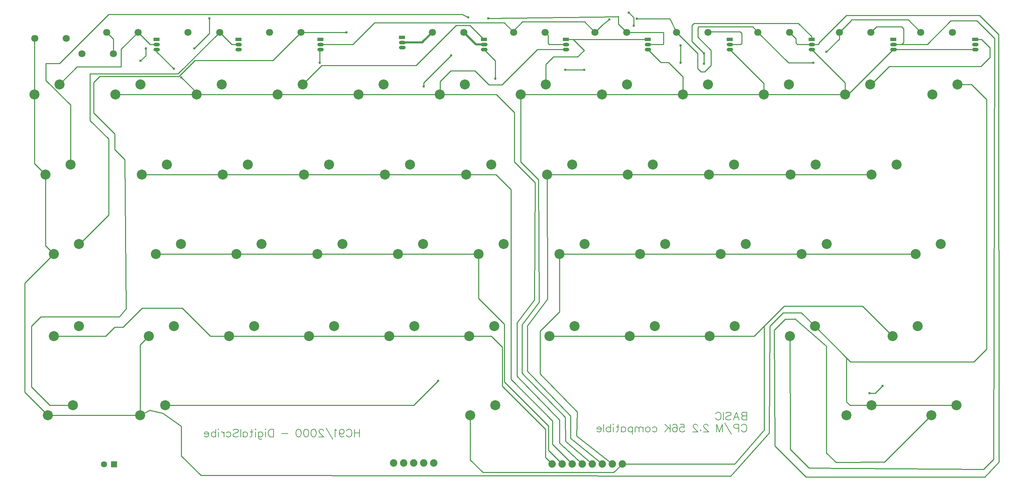
<source format=gbl>
G04 Layer: BottomLayer*
G04 EasyEDA v6.4.5, 2020-09-13T21:27:01+03:00*
G04 63316e0368094ceea4197b1f53c500b6,10*
G04 Gerber Generator version 0.2*
G04 Scale: 100 percent, Rotated: No, Reflected: No *
G04 Dimensions in millimeters *
G04 leading zeros omitted , absolute positions ,3 integer and 3 decimal *
%FSLAX33Y33*%
%MOMM*%
G90*
G71D02*

%ADD10C,0.254000*%
%ADD11C,0.499999*%
%ADD12C,0.203200*%
%ADD13C,0.609600*%
%ADD14C,2.540000*%
%ADD15C,1.879600*%
%ADD16R,1.574800X1.574800*%
%ADD17C,1.574800*%
%ADD18R,1.599997X0.899998*%
%ADD19C,1.799996*%
%ADD20C,0.899998*%

%LPD*%
G54D10*
G01X211785Y114427D02*
G01X214757Y117398D01*
G01X214757Y117602D01*
G01X229222Y117602D01*
G01X232397Y114427D01*
G01X208534Y109474D02*
G01X211785Y112725D01*
G01X211785Y114427D01*
G01X142367Y104902D02*
G01X147206Y104902D01*
G01X75500Y114427D02*
G01X86995Y114427D01*
G01X75500Y114427D02*
G01X68389Y107315D01*
G01X48641Y107315D01*
G01X44577Y103251D01*
G01X24511Y103251D01*
G01X22987Y101727D01*
G01X22987Y93980D01*
G01X28321Y88646D01*
G01X28321Y84709D01*
G01X30861Y82169D01*
G01X31242Y44323D01*
G01X29481Y42291D01*
G01X9652Y42291D01*
G01X7239Y39878D01*
G01X7239Y24511D01*
G01X11938Y19812D01*
G01X17780Y19812D01*
G01X57245Y37338D02*
G01X52578Y37338D01*
G01X45466Y44450D01*
G01X35306Y44450D01*
G01X30480Y39624D01*
G01X28321Y39624D01*
G01X26035Y37338D01*
G01X12954Y37338D01*
G01X171577Y111125D02*
G01X171577Y106680D01*
G01X17145Y80899D02*
G01X17145Y96012D01*
G01X10922Y102235D01*
G01X10922Y106553D01*
G01X14351Y106553D01*
G01X26797Y118999D01*
G01X116332Y118999D01*
G01X117856Y118237D01*
G54D11*
G01X121843Y111379D02*
G01X119773Y111379D01*
G01X116725Y114427D01*
G01X108725Y114427D02*
G01X106299Y112000D01*
G01X106299Y111887D01*
G01X101092Y111887D01*
G54D10*
G01X235077Y17272D02*
G01X223266Y5461D01*
G01X210947Y5334D01*
G01X208534Y7747D01*
G01X208534Y34798D01*
G01X200533Y41783D01*
G01X200406Y41656D01*
G01X198120Y41656D01*
G01X195326Y38862D01*
G01X195453Y9525D01*
G01X203327Y1651D01*
G01X248666Y1651D01*
G01X252222Y5461D01*
G01X252095Y113919D01*
G01X247269Y118745D01*
G01X213614Y118745D01*
G01X206629Y111760D01*
G01X206629Y111506D01*
G01X206502Y111379D01*
G01X204749Y111379D01*
G01X199263Y37338D02*
G01X199390Y8636D01*
G01X204089Y3937D01*
G01X248285Y3556D01*
G01X250825Y6096D01*
G01X251079Y112903D01*
G01X246634Y117348D01*
G01X240030Y117348D01*
G01X234061Y111379D01*
G01X225475Y111379D01*
G01X205613Y39878D02*
G01X202184Y43307D01*
G01X197612Y43307D01*
G01X194183Y39878D01*
G01X194056Y12827D01*
G01X184277Y1905D01*
G01X50165Y2032D01*
G01X45212Y6985D01*
G01X45212Y14478D01*
G01X40513Y17780D01*
G01X37211Y18542D01*
G01X34798Y17272D01*
G01X192773Y39865D02*
G01X192773Y13589D01*
G01X185293Y4953D01*
G01X156845Y4953D01*
G01X140899Y58166D02*
G01X140899Y43490D01*
G01X136017Y38608D01*
G01X136017Y27813D01*
G01X145415Y18161D01*
G01X145288Y12065D01*
G01X154305Y4953D01*
G01X137838Y78359D02*
G01X137922Y46736D01*
G01X132842Y40005D01*
G01X132842Y28448D01*
G01X143764Y17145D01*
G01X143764Y11430D01*
G01X151765Y4953D01*
G01X131140Y98679D02*
G01X131140Y81584D01*
G01X135636Y77089D01*
G01X135763Y45974D01*
G01X131445Y40259D01*
G01X131445Y27940D01*
G01X142367Y16764D01*
G01X142494Y10668D01*
G01X149225Y4953D01*
G01X110617Y98679D02*
G01X124968Y98679D01*
G01X129540Y94107D01*
G01X129540Y81534D01*
G01X134747Y76327D01*
G01X134620Y46609D01*
G01X130175Y40767D01*
G01X130175Y27178D01*
G01X140970Y16129D01*
G01X140970Y10287D01*
G01X146685Y4953D01*
G01X34874Y107170D02*
G01X36195Y108491D01*
G01X36195Y110363D01*
G01X121843Y110109D02*
G01X124714Y107238D01*
G01X124714Y102489D01*
G01X110236Y26035D02*
G01X104013Y19812D01*
G01X41148Y19812D01*
G01X113538Y108585D02*
G01X106553Y101600D01*
G01X106553Y100711D01*
G01X157949Y114427D02*
G01X155829Y116547D01*
G01X155829Y118491D01*
G01X155702Y118364D01*
G01X122936Y117983D01*
G01X163296Y111379D02*
G01X167132Y111379D01*
G01X167259Y111506D01*
G01X167259Y114427D01*
G01X158358Y114427D01*
G01X158496Y119380D02*
G01X159698Y118177D01*
G01X159698Y116078D01*
G01X48514Y110363D02*
G01X52324Y114173D01*
G01X52324Y117983D01*
G01X117305Y78359D02*
G01X124841Y78359D01*
G01X128651Y74549D01*
G01X128651Y26416D01*
G01X139192Y15875D01*
G01X139192Y9906D01*
G01X144145Y4953D01*
G01X129337Y114427D02*
G01X126924Y116840D01*
G01X94107Y116840D01*
G01X88646Y111379D01*
G01X80391Y111379D01*
G01X80391Y110109D02*
G01X80264Y109982D01*
G01X80264Y106680D01*
G01X219785Y114427D02*
G01X221182Y115824D01*
G01X227584Y115824D01*
G01X228092Y115316D01*
G01X228092Y111887D01*
G01X227583Y111378D01*
G01X225475Y111378D01*
G01X191173Y114427D02*
G01X198920Y106680D01*
G01X205232Y106680D01*
G01X199173Y114427D02*
G01X200787Y112813D01*
G01X200787Y111760D01*
G01X201168Y111378D01*
G01X204749Y111378D01*
G01X170561Y114427D02*
G01X175895Y109093D01*
G01X175895Y105283D01*
G01X176784Y104394D01*
G01X177673Y104394D01*
G01X179324Y106045D01*
G01X179324Y109855D01*
G01X175895Y113284D01*
G01X176022Y113411D01*
G01X176022Y115697D01*
G01X176149Y115824D01*
G01X189865Y115824D01*
G01X191173Y114515D01*
G01X191173Y114427D01*
G01X149949Y114427D02*
G01X151854Y116332D01*
G01X153543Y117729D01*
G01X170561Y114427D02*
G01X168910Y117856D01*
G01X160528Y117856D01*
G01X178561Y114427D02*
G01X178688Y114554D01*
G01X186690Y114554D01*
G01X187071Y114173D01*
G01X187071Y111633D01*
G01X186816Y111378D01*
G01X184023Y111378D01*
G01X11430Y17272D02*
G01X34798Y17272D01*
G01X219964Y19812D02*
G01X241427Y19812D01*
G01X205943Y39547D02*
G01X213614Y31877D01*
G01X213614Y20701D01*
G01X214503Y19812D01*
G01X219964Y19812D01*
G01X205613Y39878D02*
G01X214630Y30861D01*
G01X245872Y30861D01*
G01X249047Y34036D01*
G01X249047Y97409D01*
G01X245237Y101219D01*
G01X241681Y101219D01*
G01X219456Y22860D02*
G01X220853Y22860D01*
G01X222758Y24765D01*
G01X177546Y109093D02*
G01X174498Y112141D01*
G01X174498Y116205D01*
G01X175006Y116713D01*
G01X201422Y116713D01*
G01X204749Y113385D01*
G01X204749Y112648D01*
G01X177546Y106426D02*
G01X177546Y109093D01*
G01X246202Y112648D02*
G01X247777Y112648D01*
G01X249936Y110490D01*
G01X249936Y108077D01*
G01X247650Y105791D01*
G01X224409Y105791D01*
G01X219837Y101219D01*
G01X219583Y101219D01*
G01X225475Y110108D02*
G01X214045Y98679D01*
G01X213233Y98679D01*
G01X225475Y110108D02*
G01X246202Y110108D01*
G01X204749Y110108D02*
G01X213233Y101625D01*
G01X213233Y98679D01*
G01X184023Y110108D02*
G01X192709Y101422D01*
G01X192709Y98679D01*
G01X163296Y110108D02*
G01X166598Y106807D01*
G01X168529Y106807D01*
G01X172186Y103149D01*
G01X172186Y98679D01*
G01X142570Y112648D02*
G01X144399Y112648D01*
G01X147193Y109855D01*
G01X145542Y108204D01*
G01X139446Y108204D01*
G01X137490Y106248D01*
G01X137490Y101219D01*
G01X121843Y112649D02*
G01X118287Y116205D01*
G01X114808Y116205D01*
G01X104648Y106045D01*
G01X80772Y106045D01*
G01X75920Y101219D01*
G01X149949Y114427D02*
G01X147282Y117094D01*
G01X131572Y117094D01*
G01X129337Y114859D01*
G01X129337Y114427D01*
G01X142570Y112648D02*
G01X163296Y112648D01*
G01X137337Y114427D02*
G01X138049Y113715D01*
G01X138049Y111633D01*
G01X138303Y111378D01*
G01X142570Y111378D01*
G01X110617Y98679D02*
G01X110744Y98805D01*
G01X110744Y101981D01*
G01X113411Y104648D01*
G01X119507Y104648D01*
G01X123063Y101092D01*
G01X126365Y101092D01*
G01X135381Y110108D01*
G01X142570Y110108D01*
G01X10795Y78359D02*
G01X10795Y60325D01*
G01X12954Y58166D01*
G01X8001Y98679D02*
G01X8001Y81153D01*
G01X10795Y78359D01*
G01X12954Y58166D02*
G01X5588Y50800D01*
G01X5588Y23114D01*
G01X11140Y17561D01*
G01X36957Y37338D02*
G01X34798Y35179D01*
G01X34798Y17680D01*
G01X54888Y114427D02*
G01X57936Y111378D01*
G01X59664Y111378D01*
G01X49047Y98679D02*
G01X49047Y99161D01*
G01X45212Y102997D01*
G01X38938Y110108D02*
G01X38938Y109524D01*
G01X43307Y105156D01*
G01X34276Y114427D02*
G01X37324Y111378D01*
G01X38938Y111378D01*
G01X28002Y108966D02*
G01X28002Y112700D01*
G01X26276Y114427D01*
G01X8001Y98679D02*
G01X8001Y112838D01*
G01X8065Y112903D01*
G01X14351Y101219D02*
G01X18796Y105664D01*
G01X29972Y105664D01*
G01X29972Y110122D01*
G01X34276Y114427D01*
G01X19304Y60706D02*
G01X19431Y60706D01*
G01X26797Y68072D01*
G01X26797Y87376D01*
G01X22098Y92075D01*
G01X22098Y103886D01*
G01X44347Y103886D01*
G01X54888Y114427D01*
G01X120466Y58166D02*
G01X120466Y46919D01*
G01X127000Y40386D01*
G01X127000Y25781D01*
G01X138176Y14605D01*
G01X138176Y8382D01*
G01X141605Y4953D01*
G01X118110Y37338D02*
G01X123698Y37338D01*
G01X126492Y34544D01*
G01X126492Y24638D01*
G01X137414Y13716D01*
G01X137414Y6604D01*
G01X139065Y4953D01*
G01X118364Y17272D02*
G01X118364Y5969D01*
G01X121539Y2794D01*
G01X154686Y2794D01*
G01X156845Y4953D01*
G01X77533Y37338D02*
G01X57245Y37338D01*
G01X97821Y37338D02*
G01X77533Y37338D01*
G01X118110Y37338D02*
G01X97821Y37338D01*
G01X178974Y37338D02*
G01X190246Y37338D01*
G01X197866Y44958D01*
G01X217678Y44958D01*
G01X225298Y37338D01*
G01X158686Y37338D02*
G01X178974Y37338D01*
G01X138398Y37338D02*
G01X158686Y37338D01*
G01X202198Y58166D02*
G01X231139Y58166D01*
G01X181765Y58166D02*
G01X202198Y58166D01*
G01X161332Y58166D02*
G01X181765Y58166D01*
G01X140899Y58166D02*
G01X161332Y58166D01*
G01X100033Y58166D02*
G01X120466Y58166D01*
G01X79600Y58166D02*
G01X100033Y58166D01*
G01X59167Y58166D02*
G01X79600Y58166D01*
G01X38735Y58166D02*
G01X59167Y58166D01*
G01X49047Y98679D02*
G01X28524Y98679D01*
G01X69570Y98679D02*
G01X49047Y98679D01*
G01X90093Y98679D02*
G01X69570Y98679D01*
G01X110617Y98679D02*
G01X90093Y98679D01*
G01X192709Y98679D02*
G01X213233Y98679D01*
G01X172186Y98679D02*
G01X192709Y98679D01*
G01X151663Y98679D02*
G01X172186Y98679D01*
G01X131140Y98679D02*
G01X151663Y98679D01*
G01X199432Y78359D02*
G01X219964Y78359D01*
G01X178816Y78359D02*
G01X199432Y78359D01*
G01X158241Y78359D02*
G01X178816Y78359D01*
G01X137837Y78359D02*
G01X158241Y78359D01*
G01X96774Y78359D02*
G01X117305Y78359D01*
G01X76242Y78359D02*
G01X96774Y78359D01*
G01X55710Y78359D02*
G01X76242Y78359D01*
G01X35179Y78359D02*
G01X55710Y78359D01*
G54D12*
G01X90297Y13734D02*
G01X90297Y11794D01*
G01X89003Y13734D02*
G01X89003Y11794D01*
G01X90297Y12810D02*
G01X89003Y12810D01*
G01X87008Y13272D02*
G01X87101Y13457D01*
G01X87285Y13642D01*
G01X87470Y13734D01*
G01X87840Y13734D01*
G01X88024Y13642D01*
G01X88209Y13457D01*
G01X88301Y13272D01*
G01X88394Y12995D01*
G01X88394Y12533D01*
G01X88301Y12256D01*
G01X88209Y12071D01*
G01X88024Y11887D01*
G01X87840Y11794D01*
G01X87470Y11794D01*
G01X87285Y11887D01*
G01X87101Y12071D01*
G01X87008Y12256D01*
G01X85198Y13087D02*
G01X85290Y12810D01*
G01X85475Y12626D01*
G01X85752Y12533D01*
G01X85845Y12533D01*
G01X86122Y12626D01*
G01X86306Y12810D01*
G01X86399Y13087D01*
G01X86399Y13180D01*
G01X86306Y13457D01*
G01X86122Y13642D01*
G01X85845Y13734D01*
G01X85752Y13734D01*
G01X85475Y13642D01*
G01X85290Y13457D01*
G01X85198Y13087D01*
G01X85198Y12626D01*
G01X85290Y12164D01*
G01X85475Y11887D01*
G01X85752Y11794D01*
G01X85937Y11794D01*
G01X86214Y11887D01*
G01X86306Y12071D01*
G01X84588Y13365D02*
G01X84404Y13457D01*
G01X84127Y13734D01*
G01X84127Y11794D01*
G01X81854Y14103D02*
G01X83517Y11148D01*
G01X81153Y13272D02*
G01X81153Y13365D01*
G01X81060Y13549D01*
G01X80968Y13642D01*
G01X80783Y13734D01*
G01X80414Y13734D01*
G01X80229Y13642D01*
G01X80137Y13549D01*
G01X80044Y13365D01*
G01X80044Y13180D01*
G01X80137Y12995D01*
G01X80321Y12718D01*
G01X81245Y11794D01*
G01X79952Y11794D01*
G01X78788Y13734D02*
G01X79065Y13642D01*
G01X79250Y13365D01*
G01X79342Y12903D01*
G01X79342Y12626D01*
G01X79250Y12164D01*
G01X79065Y11887D01*
G01X78788Y11794D01*
G01X78603Y11794D01*
G01X78326Y11887D01*
G01X78141Y12164D01*
G01X78049Y12626D01*
G01X78049Y12903D01*
G01X78141Y13365D01*
G01X78326Y13642D01*
G01X78603Y13734D01*
G01X78788Y13734D01*
G01X76885Y13734D02*
G01X77162Y13642D01*
G01X77347Y13365D01*
G01X77439Y12903D01*
G01X77439Y12626D01*
G01X77347Y12164D01*
G01X77162Y11887D01*
G01X76885Y11794D01*
G01X76701Y11794D01*
G01X76423Y11887D01*
G01X76239Y12164D01*
G01X76146Y12626D01*
G01X76146Y12903D01*
G01X76239Y13365D01*
G01X76423Y13642D01*
G01X76701Y13734D01*
G01X76885Y13734D01*
G01X74983Y13734D02*
G01X75260Y13642D01*
G01X75444Y13365D01*
G01X75537Y12903D01*
G01X75537Y12626D01*
G01X75444Y12164D01*
G01X75260Y11887D01*
G01X74983Y11794D01*
G01X74798Y11794D01*
G01X74521Y11887D01*
G01X74336Y12164D01*
G01X74244Y12626D01*
G01X74244Y12903D01*
G01X74336Y13365D01*
G01X74521Y13642D01*
G01X74798Y13734D01*
G01X74983Y13734D01*
G01X72212Y12626D02*
G01X70549Y12626D01*
G01X68517Y13734D02*
G01X68517Y11794D01*
G01X68517Y13734D02*
G01X67871Y13734D01*
G01X67594Y13642D01*
G01X67409Y13457D01*
G01X67316Y13272D01*
G01X67224Y12995D01*
G01X67224Y12533D01*
G01X67316Y12256D01*
G01X67409Y12071D01*
G01X67594Y11887D01*
G01X67871Y11794D01*
G01X68517Y11794D01*
G01X66614Y13734D02*
G01X66522Y13642D01*
G01X66430Y13734D01*
G01X66522Y13826D01*
G01X66614Y13734D01*
G01X66522Y13087D02*
G01X66522Y11794D01*
G01X64712Y13087D02*
G01X64712Y11610D01*
G01X64804Y11333D01*
G01X64897Y11240D01*
G01X65081Y11148D01*
G01X65358Y11148D01*
G01X65543Y11240D01*
G01X64712Y12810D02*
G01X64897Y12995D01*
G01X65081Y13087D01*
G01X65358Y13087D01*
G01X65543Y12995D01*
G01X65728Y12810D01*
G01X65820Y12533D01*
G01X65820Y12349D01*
G01X65728Y12071D01*
G01X65543Y11887D01*
G01X65358Y11794D01*
G01X65081Y11794D01*
G01X64897Y11887D01*
G01X64712Y12071D01*
G01X64102Y13734D02*
G01X64010Y13642D01*
G01X63917Y13734D01*
G01X64010Y13826D01*
G01X64102Y13734D01*
G01X64010Y13087D02*
G01X64010Y11794D01*
G01X63031Y13734D02*
G01X63031Y12164D01*
G01X62938Y11887D01*
G01X62754Y11794D01*
G01X62569Y11794D01*
G01X63308Y13087D02*
G01X62661Y13087D01*
G01X60851Y13087D02*
G01X60851Y11794D01*
G01X60851Y12810D02*
G01X61036Y12995D01*
G01X61220Y13087D01*
G01X61498Y13087D01*
G01X61682Y12995D01*
G01X61867Y12810D01*
G01X61959Y12533D01*
G01X61959Y12349D01*
G01X61867Y12071D01*
G01X61682Y11887D01*
G01X61498Y11794D01*
G01X61220Y11794D01*
G01X61036Y11887D01*
G01X60851Y12071D01*
G01X60241Y13734D02*
G01X60241Y11794D01*
G01X58339Y13457D02*
G01X58523Y13642D01*
G01X58801Y13734D01*
G01X59170Y13734D01*
G01X59447Y13642D01*
G01X59632Y13457D01*
G01X59632Y13272D01*
G01X59539Y13087D01*
G01X59447Y12995D01*
G01X59262Y12903D01*
G01X58708Y12718D01*
G01X58523Y12626D01*
G01X58431Y12533D01*
G01X58339Y12349D01*
G01X58339Y12071D01*
G01X58523Y11887D01*
G01X58801Y11794D01*
G01X59170Y11794D01*
G01X59447Y11887D01*
G01X59632Y12071D01*
G01X56621Y12810D02*
G01X56805Y12995D01*
G01X56990Y13087D01*
G01X57267Y13087D01*
G01X57452Y12995D01*
G01X57637Y12810D01*
G01X57729Y12533D01*
G01X57729Y12349D01*
G01X57637Y12071D01*
G01X57452Y11887D01*
G01X57267Y11794D01*
G01X56990Y11794D01*
G01X56805Y11887D01*
G01X56621Y12071D01*
G01X56011Y13087D02*
G01X56011Y11794D01*
G01X56011Y12533D02*
G01X55919Y12810D01*
G01X55734Y12995D01*
G01X55549Y13087D01*
G01X55272Y13087D01*
G01X54663Y13734D02*
G01X54570Y13642D01*
G01X54478Y13734D01*
G01X54570Y13826D01*
G01X54663Y13734D01*
G01X54570Y13087D02*
G01X54570Y11794D01*
G01X53868Y13734D02*
G01X53868Y11794D01*
G01X53868Y12810D02*
G01X53684Y12995D01*
G01X53499Y13087D01*
G01X53222Y13087D01*
G01X53037Y12995D01*
G01X52852Y12810D01*
G01X52760Y12533D01*
G01X52760Y12349D01*
G01X52852Y12071D01*
G01X53037Y11887D01*
G01X53222Y11794D01*
G01X53499Y11794D01*
G01X53684Y11887D01*
G01X53868Y12071D01*
G01X52150Y12533D02*
G01X51042Y12533D01*
G01X51042Y12718D01*
G01X51134Y12903D01*
G01X51227Y12995D01*
G01X51411Y13087D01*
G01X51689Y13087D01*
G01X51873Y12995D01*
G01X52058Y12810D01*
G01X52150Y12533D01*
G01X52150Y12349D01*
G01X52058Y12071D01*
G01X51873Y11887D01*
G01X51689Y11794D01*
G01X51411Y11794D01*
G01X51227Y11887D01*
G01X51042Y12071D01*
G01X188341Y18051D02*
G01X188341Y16113D01*
G01X188341Y18051D02*
G01X187510Y18051D01*
G01X187233Y17960D01*
G01X187139Y17868D01*
G01X187048Y17683D01*
G01X187048Y17498D01*
G01X187139Y17312D01*
G01X187233Y17221D01*
G01X187510Y17129D01*
G01X188341Y17129D02*
G01X187510Y17129D01*
G01X187233Y17035D01*
G01X187139Y16944D01*
G01X187048Y16758D01*
G01X187048Y16482D01*
G01X187139Y16296D01*
G01X187233Y16205D01*
G01X187510Y16113D01*
G01X188341Y16113D01*
G01X185699Y18051D02*
G01X186438Y16113D01*
G01X185699Y18051D02*
G01X184960Y16113D01*
G01X186161Y16758D02*
G01X185237Y16758D01*
G01X183057Y17774D02*
G01X183243Y17960D01*
G01X183520Y18051D01*
G01X183888Y18051D01*
G01X184165Y17960D01*
G01X184350Y17774D01*
G01X184350Y17589D01*
G01X184259Y17406D01*
G01X184165Y17312D01*
G01X183982Y17221D01*
G01X183426Y17035D01*
G01X183243Y16944D01*
G01X183149Y16852D01*
G01X183057Y16667D01*
G01X183057Y16390D01*
G01X183243Y16205D01*
G01X183520Y16113D01*
G01X183888Y16113D01*
G01X184165Y16205D01*
G01X184350Y16390D01*
G01X182448Y18051D02*
G01X182448Y16113D01*
G01X180454Y17589D02*
G01X180545Y17774D01*
G01X180731Y17960D01*
G01X180914Y18051D01*
G01X181284Y18051D01*
G01X181470Y17960D01*
G01X181653Y17774D01*
G01X181747Y17589D01*
G01X181838Y17312D01*
G01X181838Y16852D01*
G01X181747Y16573D01*
G01X181653Y16390D01*
G01X181470Y16205D01*
G01X181284Y16113D01*
G01X180914Y16113D01*
G01X180731Y16205D01*
G01X180545Y16390D01*
G01X180454Y16573D01*
G01X186956Y14541D02*
G01X187048Y14726D01*
G01X187233Y14912D01*
G01X187416Y15003D01*
G01X187787Y15003D01*
G01X187972Y14912D01*
G01X188155Y14726D01*
G01X188249Y14541D01*
G01X188341Y14264D01*
G01X188341Y13804D01*
G01X188249Y13525D01*
G01X188155Y13342D01*
G01X187972Y13157D01*
G01X187787Y13065D01*
G01X187416Y13065D01*
G01X187233Y13157D01*
G01X187048Y13342D01*
G01X186956Y13525D01*
G01X186347Y15003D02*
G01X186347Y13065D01*
G01X186347Y15003D02*
G01X185513Y15003D01*
G01X185237Y14912D01*
G01X185145Y14820D01*
G01X185051Y14635D01*
G01X185051Y14358D01*
G01X185145Y14173D01*
G01X185237Y14081D01*
G01X185513Y13987D01*
G01X186347Y13987D01*
G01X182780Y15374D02*
G01X184442Y12418D01*
G01X182171Y15003D02*
G01X182171Y13065D01*
G01X182171Y15003D02*
G01X181432Y13065D01*
G01X180693Y15003D02*
G01X181432Y13065D01*
G01X180693Y15003D02*
G01X180693Y13065D01*
G01X178569Y14541D02*
G01X178569Y14635D01*
G01X178475Y14820D01*
G01X178384Y14912D01*
G01X178198Y15003D01*
G01X177830Y15003D01*
G01X177645Y14912D01*
G01X177553Y14820D01*
G01X177459Y14635D01*
G01X177459Y14450D01*
G01X177553Y14264D01*
G01X177736Y13987D01*
G01X178661Y13065D01*
G01X177368Y13065D01*
G01X176667Y13525D02*
G01X176758Y13434D01*
G01X176667Y13342D01*
G01X176573Y13434D01*
G01X176667Y13525D01*
G01X175872Y14541D02*
G01X175872Y14635D01*
G01X175780Y14820D01*
G01X175686Y14912D01*
G01X175501Y15003D01*
G01X175133Y15003D01*
G01X174947Y14912D01*
G01X174856Y14820D01*
G01X174764Y14635D01*
G01X174764Y14450D01*
G01X174856Y14264D01*
G01X175041Y13987D01*
G01X175963Y13065D01*
G01X174670Y13065D01*
G01X171531Y15003D02*
G01X172453Y15003D01*
G01X172547Y14173D01*
G01X172453Y14264D01*
G01X172176Y14358D01*
G01X171899Y14358D01*
G01X171622Y14264D01*
G01X171437Y14081D01*
G01X171345Y13804D01*
G01X171345Y13619D01*
G01X171437Y13342D01*
G01X171622Y13157D01*
G01X171899Y13065D01*
G01X172176Y13065D01*
G01X172453Y13157D01*
G01X172547Y13248D01*
G01X172638Y13434D01*
G01X169628Y14726D02*
G01X169720Y14912D01*
G01X169997Y15003D01*
G01X170182Y15003D01*
G01X170459Y14912D01*
G01X170644Y14635D01*
G01X170736Y14173D01*
G01X170736Y13710D01*
G01X170644Y13342D01*
G01X170459Y13157D01*
G01X170182Y13065D01*
G01X170091Y13065D01*
G01X169811Y13157D01*
G01X169628Y13342D01*
G01X169534Y13619D01*
G01X169534Y13710D01*
G01X169628Y13987D01*
G01X169811Y14173D01*
G01X170091Y14264D01*
G01X170182Y14264D01*
G01X170459Y14173D01*
G01X170644Y13987D01*
G01X170736Y13710D01*
G01X168925Y15003D02*
G01X168925Y13065D01*
G01X167632Y15003D02*
G01X168925Y13710D01*
G01X168465Y14173D02*
G01X167632Y13065D01*
G01X164492Y14081D02*
G01X164678Y14264D01*
G01X164861Y14358D01*
G01X165138Y14358D01*
G01X165323Y14264D01*
G01X165508Y14081D01*
G01X165600Y13804D01*
G01X165600Y13619D01*
G01X165508Y13342D01*
G01X165323Y13157D01*
G01X165138Y13065D01*
G01X164861Y13065D01*
G01X164678Y13157D01*
G01X164492Y13342D01*
G01X163421Y14358D02*
G01X163606Y14264D01*
G01X163791Y14081D01*
G01X163883Y13804D01*
G01X163883Y13619D01*
G01X163791Y13342D01*
G01X163606Y13157D01*
G01X163421Y13065D01*
G01X163144Y13065D01*
G01X162958Y13157D01*
G01X162775Y13342D01*
G01X162681Y13619D01*
G01X162681Y13804D01*
G01X162775Y14081D01*
G01X162958Y14264D01*
G01X163144Y14358D01*
G01X163421Y14358D01*
G01X162072Y14358D02*
G01X162072Y13065D01*
G01X162072Y13987D02*
G01X161795Y14264D01*
G01X161610Y14358D01*
G01X161333Y14358D01*
G01X161150Y14264D01*
G01X161056Y13987D01*
G01X161056Y13065D01*
G01X161056Y13987D02*
G01X160779Y14264D01*
G01X160594Y14358D01*
G01X160317Y14358D01*
G01X160134Y14264D01*
G01X160040Y13987D01*
G01X160040Y13065D01*
G01X159430Y14358D02*
G01X159430Y12418D01*
G01X159430Y14081D02*
G01X159245Y14264D01*
G01X159062Y14358D01*
G01X158785Y14358D01*
G01X158600Y14264D01*
G01X158414Y14081D01*
G01X158323Y13804D01*
G01X158323Y13619D01*
G01X158414Y13342D01*
G01X158600Y13157D01*
G01X158785Y13065D01*
G01X159062Y13065D01*
G01X159245Y13157D01*
G01X159430Y13342D01*
G01X156603Y14358D02*
G01X156603Y13065D01*
G01X156603Y14081D02*
G01X156789Y14264D01*
G01X156974Y14358D01*
G01X157251Y14358D01*
G01X157436Y14264D01*
G01X157619Y14081D01*
G01X157713Y13804D01*
G01X157713Y13619D01*
G01X157619Y13342D01*
G01X157436Y13157D01*
G01X157251Y13065D01*
G01X156974Y13065D01*
G01X156789Y13157D01*
G01X156603Y13342D01*
G01X155717Y15003D02*
G01X155717Y13434D01*
G01X155625Y13157D01*
G01X155440Y13065D01*
G01X155257Y13065D01*
G01X155994Y14358D02*
G01X155348Y14358D01*
G01X154647Y15003D02*
G01X154553Y14912D01*
G01X154462Y15003D01*
G01X154553Y15097D01*
G01X154647Y15003D01*
G01X154553Y14358D02*
G01X154553Y13065D01*
G01X153852Y15003D02*
G01X153852Y13065D01*
G01X153852Y14081D02*
G01X153667Y14264D01*
G01X153482Y14358D01*
G01X153205Y14358D01*
G01X153022Y14264D01*
G01X152836Y14081D01*
G01X152742Y13804D01*
G01X152742Y13619D01*
G01X152836Y13342D01*
G01X153022Y13157D01*
G01X153205Y13065D01*
G01X153482Y13065D01*
G01X153667Y13157D01*
G01X153852Y13342D01*
G01X152133Y15003D02*
G01X152133Y13065D01*
G01X151523Y13804D02*
G01X150416Y13804D01*
G01X150416Y13987D01*
G01X150507Y14173D01*
G01X150601Y14264D01*
G01X150787Y14358D01*
G01X151063Y14358D01*
G01X151246Y14264D01*
G01X151432Y14081D01*
G01X151523Y13804D01*
G01X151523Y13619D01*
G01X151432Y13342D01*
G01X151246Y13157D01*
G01X151063Y13065D01*
G01X150787Y13065D01*
G01X150601Y13157D01*
G01X150416Y13342D01*
G54D14*
G01X28524Y98679D03*
G01X34874Y101219D03*
G01X49047Y98679D03*
G01X55397Y101219D03*
G01X69570Y98679D03*
G01X75920Y101219D03*
G01X90093Y98679D03*
G01X96443Y101219D03*
G01X110617Y98679D03*
G01X116967Y101219D03*
G01X131140Y98679D03*
G01X137490Y101219D03*
G01X151663Y98679D03*
G01X158013Y101219D03*
G01X172186Y98679D03*
G01X178536Y101219D03*
G01X192709Y98679D03*
G01X199059Y101219D03*
G54D15*
G01X139065Y4953D03*
G01X141605Y4953D03*
G01X144145Y4953D03*
G01X146685Y4953D03*
G01X149225Y4953D03*
G01X151765Y4953D03*
G01X154305Y4953D03*
G01X156845Y4953D03*
G01X98933Y5207D03*
G01X101473Y5207D03*
G01X104013Y5207D03*
G01X106553Y5207D03*
G01X109093Y5207D03*
G54D14*
G01X35179Y78359D03*
G01X41529Y80899D03*
G01X38735Y58166D03*
G01X45085Y60706D03*
G01X12954Y37338D03*
G01X19304Y39878D03*
G01X57245Y37338D03*
G01X63595Y39878D03*
G01X59167Y58166D03*
G01X65517Y60706D03*
G01X55710Y78359D03*
G01X62060Y80899D03*
G01X77533Y37338D03*
G01X83883Y39878D03*
G01X79600Y58166D03*
G01X85950Y60706D03*
G01X76242Y78359D03*
G01X82592Y80899D03*
G01X97821Y37338D03*
G01X104171Y39878D03*
G01X100033Y58166D03*
G01X106383Y60706D03*
G01X96774Y78359D03*
G01X103124Y80899D03*
G01X118110Y37338D03*
G01X124460Y39878D03*
G01X120466Y58166D03*
G01X126816Y60706D03*
G01X117305Y78359D03*
G01X123655Y80899D03*
G01X138398Y37338D03*
G01X144748Y39878D03*
G01X140899Y58166D03*
G01X147249Y60706D03*
G01X137837Y78359D03*
G01X144187Y80899D03*
G01X158686Y37338D03*
G01X165036Y39878D03*
G01X161332Y58166D03*
G01X167682Y60706D03*
G01X158241Y78359D03*
G01X164591Y80899D03*
G01X178974Y37338D03*
G01X185324Y39878D03*
G01X181765Y58166D03*
G01X188115Y60706D03*
G01X178816Y78359D03*
G01X185166Y80899D03*
G01X225298Y37338D03*
G01X231648Y39878D03*
G01X202198Y58166D03*
G01X208548Y60706D03*
G01X199432Y78359D03*
G01X205782Y80899D03*
G01X118364Y17272D03*
G01X124714Y19812D03*
G01X231139Y58166D03*
G01X237489Y60706D03*
G01X219964Y78359D03*
G01X226314Y80899D03*
G54D16*
G01X28194Y4826D03*
G54D17*
G01X25654Y4826D03*
G54D14*
G01X8001Y98679D03*
G01X14351Y101219D03*
G01X10795Y78359D03*
G01X17145Y80899D03*
G01X12954Y58166D03*
G01X19304Y60706D03*
G01X36957Y37338D03*
G01X43307Y39878D03*
G01X34798Y17272D03*
G01X41148Y19812D03*
G01X11430Y17272D03*
G01X17780Y19812D03*
G01X235077Y17272D03*
G01X241427Y19812D03*
G01X213614Y17272D03*
G01X219964Y19812D03*
G01X199263Y37338D03*
G01X205613Y39878D03*
G01X213233Y98679D03*
G01X219583Y101219D03*
G01X235331Y98679D03*
G01X241681Y101219D03*
G54D18*
G01X204749Y112648D03*
G01X101092Y113157D03*
G01X80391Y112649D03*
G01X246202Y112648D03*
G01X225475Y112648D03*
G01X121843Y112649D03*
G01X184023Y112648D03*
G01X163296Y112648D03*
G01X142570Y112648D03*
G01X59664Y112648D03*
G01X38938Y112648D03*
G54D19*
G01X116725Y114427D03*
G01X108725Y114427D03*
G01X34276Y114427D03*
G01X26276Y114427D03*
G01X240397Y114427D03*
G01X232397Y114427D03*
G01X219785Y114427D03*
G01X211785Y114427D03*
G01X75500Y114427D03*
G01X67501Y114427D03*
G01X54888Y114427D03*
G01X46888Y114427D03*
G01X137337Y114427D03*
G01X129337Y114427D03*
G01X157949Y114427D03*
G01X149949Y114427D03*
G01X178561Y114427D03*
G01X170561Y114427D03*
G01X199173Y114427D03*
G01X191173Y114427D03*
G01X16064Y112903D03*
G01X8065Y112903D03*
G01X28002Y108966D03*
G01X20003Y108966D03*
G54D13*
G01X36195Y110363D03*
G01X34874Y107170D03*
G01X124714Y102723D03*
G01X110236Y26035D03*
G01X106553Y100711D03*
G01X113538Y108585D03*
G01X122936Y117983D03*
G01X159698Y116078D03*
G01X158496Y119380D03*
G01X52324Y117983D03*
G01X48514Y110363D03*
G01X80264Y106680D03*
G01X205232Y106680D03*
G01X160528Y117856D03*
G01X153543Y117729D03*
G01X219456Y22860D03*
G01X222758Y24765D03*
G01X177546Y106426D03*
G01X177546Y109093D03*
G01X45212Y102997D03*
G01X43307Y105156D03*
G01X117856Y118237D03*
G01X171577Y111125D03*
G01X171577Y106680D03*
G01X86995Y114427D03*
G01X142367Y104902D03*
G01X147206Y104902D03*
G01X208534Y109474D03*
G54D20*
G01X205099Y111378D02*
G01X204399Y111378D01*
G01X205099Y110108D02*
G01X204399Y110108D01*
G01X101441Y111887D02*
G01X100741Y111887D01*
G01X101441Y110617D02*
G01X100741Y110617D01*
G01X80740Y111379D02*
G01X80040Y111379D01*
G01X80740Y110109D02*
G01X80040Y110109D01*
G01X246552Y111378D02*
G01X245852Y111378D01*
G01X246552Y110108D02*
G01X245852Y110108D01*
G01X225825Y111378D02*
G01X225125Y111378D01*
G01X225825Y110108D02*
G01X225125Y110108D01*
G01X122193Y111379D02*
G01X121493Y111379D01*
G01X122193Y110109D02*
G01X121493Y110109D01*
G01X184372Y111378D02*
G01X183672Y111378D01*
G01X184372Y110108D02*
G01X183672Y110108D01*
G01X163646Y111378D02*
G01X162946Y111378D01*
G01X163646Y110108D02*
G01X162946Y110108D01*
G01X142920Y111378D02*
G01X142220Y111378D01*
G01X142920Y110108D02*
G01X142220Y110108D01*
G01X60014Y111378D02*
G01X59314Y111378D01*
G01X60014Y110108D02*
G01X59314Y110108D01*
G01X39288Y111378D02*
G01X38588Y111378D01*
G01X39288Y110108D02*
G01X38588Y110108D01*
M00*
M02*

</source>
